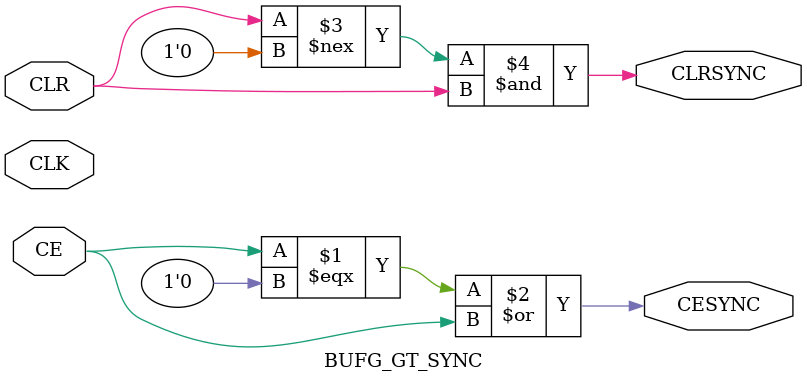
<source format=v>
module BUFG_GT_SYNC(	// file.cleaned.mlir:2:3
  input  CE,	// file.cleaned.mlir:2:30
         CLK,	// file.cleaned.mlir:2:43
         CLR,	// file.cleaned.mlir:2:57
  output CESYNC,	// file.cleaned.mlir:2:72
         CLRSYNC	// file.cleaned.mlir:2:89
);

  assign CESYNC = CE === 1'h0 | CE;	// file.cleaned.mlir:3:14, :4:10, :5:10, :8:5
  assign CLRSYNC = CLR !== 1'h0 & CLR;	// file.cleaned.mlir:3:14, :6:10, :7:10, :8:5
endmodule


</source>
